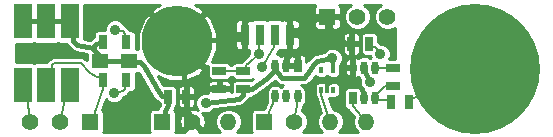
<source format=gtl>
G04 (created by PCBNEW-RS274X (2011-03-30 BZR 2932)-stable) date 29/05/2011 23:50:55*
G01*
G70*
G90*
%MOIN*%
G04 Gerber Fmt 3.4, Leading zero omitted, Abs format*
%FSLAX34Y34*%
G04 APERTURE LIST*
%ADD10C,0.006000*%
%ADD11R,0.055100X0.047200*%
%ADD12R,0.031500X0.047200*%
%ADD13R,0.063000X0.118100*%
%ADD14C,0.433100*%
%ADD15R,0.055000X0.055000*%
%ADD16C,0.055000*%
%ADD17O,0.055000X0.055000*%
%ADD18R,0.045000X0.025000*%
%ADD19R,0.025000X0.045000*%
%ADD20R,0.025000X0.043300*%
%ADD21O,0.025000X0.043300*%
%ADD22R,0.011800X0.019700*%
%ADD23R,0.031500X0.070900*%
%ADD24C,0.236200*%
%ADD25C,0.035400*%
%ADD26C,0.007900*%
%ADD27C,0.015700*%
%ADD28C,0.011800*%
%ADD29C,0.010000*%
G04 APERTURE END LIST*
G54D10*
G54D11*
X61501Y-54282D03*
X60517Y-54282D03*
G54D12*
X61383Y-53652D03*
X60635Y-53652D03*
X61383Y-54912D03*
X60635Y-54912D03*
G54D13*
X59516Y-55063D03*
X58729Y-55063D03*
X57942Y-55063D03*
X59516Y-52937D03*
X58729Y-52937D03*
X57942Y-52937D03*
G54D14*
X73031Y-54528D03*
G54D15*
X62600Y-56300D03*
G54D16*
X63600Y-56300D03*
G54D17*
X69400Y-56300D03*
X68200Y-56300D03*
X64800Y-56300D03*
G54D15*
X66000Y-56300D03*
G54D16*
X67000Y-56300D03*
G54D15*
X68100Y-52800D03*
G54D16*
X69100Y-52800D03*
X70100Y-52800D03*
G54D15*
X60200Y-56300D03*
G54D16*
X59200Y-56300D03*
X58200Y-56300D03*
G54D18*
X70300Y-55100D03*
X70300Y-54500D03*
G54D19*
X70207Y-55640D03*
X70807Y-55640D03*
X69500Y-53700D03*
X68900Y-53700D03*
G54D18*
X65300Y-55200D03*
X65300Y-54600D03*
X64500Y-54600D03*
X64500Y-55200D03*
G54D19*
X62800Y-55461D03*
X63400Y-55461D03*
G54D20*
X68954Y-55516D03*
G54D21*
X69328Y-55516D03*
X69702Y-55516D03*
X69702Y-54492D03*
X69328Y-54492D03*
X68954Y-54492D03*
G54D20*
X67109Y-54423D03*
G54D21*
X66735Y-54423D03*
X66361Y-54423D03*
X66361Y-55447D03*
X66735Y-55447D03*
X67109Y-55447D03*
G54D22*
X67903Y-55235D03*
X68100Y-55235D03*
X68297Y-55235D03*
X68297Y-54565D03*
X67903Y-54565D03*
G54D23*
X65850Y-53400D03*
X65350Y-53400D03*
X66350Y-53400D03*
X66850Y-53400D03*
G54D24*
X63100Y-53600D03*
G54D25*
X65937Y-54457D03*
X69866Y-54043D03*
X64768Y-54068D03*
X68462Y-55618D03*
X67616Y-55604D03*
X65812Y-55604D03*
X64407Y-52654D03*
X61427Y-56310D03*
X61800Y-55435D03*
X60358Y-52633D03*
X61524Y-52666D03*
X58642Y-53994D03*
X65831Y-54024D03*
X60980Y-55339D03*
X61028Y-53232D03*
X69524Y-54957D03*
X68268Y-54169D03*
X64043Y-55669D03*
G54D26*
X66322Y-53715D02*
X66350Y-53400D01*
X66322Y-53754D02*
X66322Y-53715D01*
X66322Y-53808D02*
X66322Y-53754D01*
X66137Y-54151D02*
X66322Y-53808D01*
X66077Y-54214D02*
X66137Y-54151D01*
X65937Y-54457D02*
X66077Y-54214D01*
X67903Y-55391D02*
X68200Y-56300D01*
X67903Y-55334D02*
X67903Y-55391D01*
X67903Y-55294D02*
X67903Y-55334D01*
X67903Y-55235D02*
X67903Y-55294D01*
X68954Y-55785D02*
X69400Y-56300D01*
X68954Y-55733D02*
X68954Y-55785D01*
X68954Y-55694D02*
X68954Y-55733D01*
X68954Y-55516D02*
X68954Y-55694D01*
X69586Y-53796D02*
X69500Y-53700D01*
X69625Y-53796D02*
X69586Y-53796D01*
X69679Y-53796D02*
X69625Y-53796D01*
X69754Y-53871D02*
X69679Y-53796D01*
X69866Y-54043D02*
X69754Y-53871D01*
X66146Y-56064D02*
X66000Y-56300D01*
X66146Y-56025D02*
X66146Y-56064D01*
X66146Y-55971D02*
X66146Y-56025D01*
X66361Y-55539D02*
X66146Y-55971D01*
X66361Y-55447D02*
X66361Y-55539D01*
G54D27*
X63400Y-55608D02*
X63400Y-55461D01*
X63400Y-55686D02*
X63400Y-55608D01*
X63400Y-55738D02*
X63400Y-55686D01*
X63600Y-56300D02*
X63400Y-55738D01*
X68176Y-52996D02*
X68100Y-52800D01*
X68176Y-53075D02*
X68176Y-52996D01*
X68176Y-53157D02*
X68176Y-53075D01*
X68576Y-53557D02*
X68176Y-53157D01*
X68693Y-53674D02*
X68576Y-53557D01*
X68775Y-53674D02*
X68693Y-53674D01*
X68854Y-53674D02*
X68775Y-53674D01*
X68900Y-53700D02*
X68854Y-53674D01*
X68954Y-54401D02*
X68954Y-54492D01*
X68900Y-53977D02*
X68954Y-54401D01*
X68900Y-53925D02*
X68900Y-53977D01*
X68900Y-53846D02*
X68900Y-53925D01*
X68900Y-53700D02*
X68900Y-53846D01*
X64354Y-55200D02*
X64500Y-55200D01*
X64275Y-55200D02*
X64354Y-55200D01*
X64223Y-55200D02*
X64275Y-55200D01*
X63888Y-55293D02*
X64223Y-55200D01*
X63607Y-55435D02*
X63888Y-55293D01*
X63525Y-55435D02*
X63607Y-55435D01*
X63446Y-55435D02*
X63525Y-55435D01*
X63400Y-55461D02*
X63446Y-55435D01*
X63400Y-55185D02*
X63100Y-53600D01*
X63400Y-55236D02*
X63400Y-55185D01*
X63400Y-55315D02*
X63400Y-55236D01*
X63400Y-55461D02*
X63400Y-55315D01*
X68954Y-54584D02*
X68843Y-54886D01*
X68954Y-54492D02*
X68954Y-54584D01*
X66796Y-54129D02*
X66898Y-54028D01*
X66735Y-54332D02*
X66796Y-54129D01*
X66735Y-54423D02*
X66735Y-54332D01*
G54D28*
X68282Y-54957D02*
X68843Y-54886D01*
X68181Y-54999D02*
X68282Y-54957D01*
X68100Y-55079D02*
X68181Y-54999D01*
X68100Y-55136D02*
X68100Y-55079D01*
X68100Y-55196D02*
X68100Y-55136D01*
X68100Y-55235D02*
X68100Y-55196D01*
G54D27*
X66850Y-53124D02*
X66850Y-53400D01*
X66850Y-53046D02*
X66850Y-53124D01*
X66850Y-52980D02*
X66850Y-53046D01*
X66758Y-52888D02*
X66850Y-52980D01*
X66590Y-52847D02*
X66758Y-52888D01*
X65775Y-52847D02*
X66590Y-52847D01*
X65610Y-52847D02*
X65775Y-52847D01*
X65442Y-52888D02*
X65610Y-52847D01*
X65350Y-52980D02*
X65442Y-52888D01*
X65350Y-53046D02*
X65350Y-52980D01*
X65350Y-53124D02*
X65350Y-53046D01*
X65350Y-53400D02*
X65350Y-53124D01*
X66850Y-53820D02*
X66898Y-54028D01*
X66850Y-53754D02*
X66850Y-53820D01*
X66850Y-53676D02*
X66850Y-53754D01*
X66850Y-53400D02*
X66850Y-53676D01*
X67904Y-52876D02*
X68100Y-52800D01*
X67825Y-52876D02*
X67904Y-52876D01*
X67743Y-52876D02*
X67825Y-52876D01*
X67090Y-53244D02*
X67743Y-52876D01*
X67008Y-53244D02*
X67090Y-53244D01*
X66929Y-53244D02*
X67008Y-53244D01*
X66850Y-53400D02*
X66929Y-53244D01*
X65271Y-53556D02*
X65350Y-53400D01*
X65192Y-53556D02*
X65271Y-53556D01*
X63100Y-53600D02*
X65192Y-53556D01*
X69328Y-55425D02*
X69328Y-55516D01*
X69269Y-55221D02*
X69328Y-55425D01*
X69158Y-55110D02*
X69269Y-55221D01*
X68843Y-54886D02*
X69158Y-55110D01*
X67109Y-54285D02*
X67109Y-54423D01*
X67109Y-54207D02*
X67109Y-54285D01*
X67109Y-54155D02*
X67109Y-54207D01*
X67036Y-54082D02*
X67109Y-54155D01*
X66898Y-54028D02*
X67036Y-54082D01*
G54D26*
X65471Y-54346D02*
X65831Y-54024D01*
X65396Y-54421D02*
X65471Y-54346D01*
X65396Y-54475D02*
X65396Y-54421D01*
X65396Y-54514D02*
X65396Y-54475D01*
X65300Y-54600D02*
X65396Y-54514D01*
X65114Y-54600D02*
X65300Y-54600D01*
X65075Y-54600D02*
X65114Y-54600D01*
X64725Y-54600D02*
X65075Y-54600D01*
X64686Y-54600D02*
X64725Y-54600D01*
X64500Y-54600D02*
X64686Y-54600D01*
X65831Y-53715D02*
X65850Y-53400D01*
X65831Y-53754D02*
X65831Y-53715D01*
X65831Y-54024D02*
X65831Y-53754D01*
X67109Y-55539D02*
X67000Y-56300D01*
X67109Y-55447D02*
X67109Y-55539D01*
X70114Y-55100D02*
X70300Y-55100D01*
X70075Y-55100D02*
X70114Y-55100D01*
X70023Y-55100D02*
X70075Y-55100D01*
X69950Y-55173D02*
X70023Y-55100D01*
X69702Y-55425D02*
X69950Y-55173D01*
X69702Y-55516D02*
X69702Y-55425D01*
X70122Y-55578D02*
X70207Y-55640D01*
X70082Y-55578D02*
X70122Y-55578D01*
X69702Y-55578D02*
X70082Y-55578D01*
X69702Y-55516D02*
X69702Y-55578D01*
X70114Y-54500D02*
X70300Y-54500D01*
X70075Y-54500D02*
X70114Y-54500D01*
X69702Y-54500D02*
X70075Y-54500D01*
X69702Y-54492D02*
X69702Y-54500D01*
X70932Y-55545D02*
X73031Y-54528D01*
X70893Y-55545D02*
X70932Y-55545D01*
X70807Y-55640D02*
X70893Y-55545D01*
X61280Y-55277D02*
X60980Y-55339D01*
X61355Y-55201D02*
X61280Y-55277D01*
X61355Y-55148D02*
X61355Y-55201D01*
X61355Y-55108D02*
X61355Y-55148D01*
X61384Y-54912D02*
X61355Y-55108D01*
X59330Y-55614D02*
X59516Y-55063D01*
X59330Y-55654D02*
X59330Y-55614D01*
X59330Y-55707D02*
X59330Y-55654D01*
X59200Y-56300D02*
X59330Y-55707D01*
X61280Y-53286D02*
X61028Y-53232D01*
X61355Y-53362D02*
X61280Y-53286D01*
X61355Y-53416D02*
X61355Y-53362D01*
X61355Y-53455D02*
X61355Y-53416D01*
X61384Y-53652D02*
X61355Y-53455D01*
X58128Y-55614D02*
X57942Y-55063D01*
X58128Y-55654D02*
X58128Y-55614D01*
X58128Y-55707D02*
X58128Y-55654D01*
X58200Y-56300D02*
X58128Y-55707D01*
X58915Y-54512D02*
X58729Y-55063D01*
X58915Y-54472D02*
X58915Y-54512D01*
X58915Y-54419D02*
X58915Y-54472D01*
X58990Y-54343D02*
X58915Y-54419D01*
X59098Y-54343D02*
X58990Y-54343D01*
X59885Y-54343D02*
X59098Y-54343D01*
X59960Y-54419D02*
X59885Y-54343D01*
X60083Y-54584D02*
X59960Y-54419D01*
X60176Y-54677D02*
X60083Y-54584D01*
X60424Y-54805D02*
X60176Y-54677D01*
X60478Y-54805D02*
X60424Y-54805D01*
X60517Y-54805D02*
X60478Y-54805D01*
X60635Y-54912D02*
X60517Y-54805D01*
X60607Y-55108D02*
X60635Y-54912D01*
X60607Y-55148D02*
X60607Y-55108D01*
X60607Y-55201D02*
X60607Y-55148D01*
X60346Y-55971D02*
X60607Y-55201D01*
X60346Y-56025D02*
X60346Y-55971D01*
X60346Y-56064D02*
X60346Y-56025D01*
X60200Y-56300D02*
X60346Y-56064D01*
G54D27*
X60714Y-54282D02*
X60517Y-54282D01*
X60793Y-54282D02*
X60714Y-54282D01*
X61226Y-54282D02*
X60793Y-54282D01*
X61305Y-54282D02*
X61226Y-54282D01*
X61501Y-54282D02*
X61305Y-54282D01*
X62754Y-55435D02*
X62800Y-55461D01*
X62675Y-55435D02*
X62754Y-55435D01*
X62593Y-55435D02*
X62675Y-55435D01*
X62476Y-55319D02*
X62593Y-55435D01*
X61976Y-54435D02*
X62476Y-55319D01*
X61859Y-54319D02*
X61976Y-54435D01*
X61777Y-54319D02*
X61859Y-54319D01*
X61698Y-54319D02*
X61777Y-54319D01*
X61501Y-54282D02*
X61698Y-54319D01*
X59749Y-53726D02*
X60287Y-53831D01*
X59632Y-53610D02*
X59749Y-53726D01*
X59632Y-53528D02*
X59632Y-53610D01*
X59632Y-53449D02*
X59632Y-53528D01*
X59516Y-52937D02*
X59632Y-53449D01*
X59280Y-52937D02*
X59516Y-52937D01*
X59201Y-52937D02*
X59280Y-52937D01*
X59044Y-52937D02*
X59201Y-52937D01*
X58965Y-52937D02*
X59044Y-52937D01*
X58729Y-52937D02*
X58965Y-52937D01*
X58493Y-52937D02*
X58729Y-52937D01*
X58414Y-52937D02*
X58493Y-52937D01*
X58257Y-52937D02*
X58414Y-52937D01*
X58178Y-52937D02*
X58257Y-52937D01*
X57942Y-52937D02*
X58178Y-52937D01*
X62800Y-55608D02*
X62800Y-55461D01*
X62800Y-55686D02*
X62800Y-55608D01*
X62800Y-55738D02*
X62800Y-55686D01*
X62685Y-55946D02*
X62800Y-55738D01*
X62676Y-56025D02*
X62685Y-55946D01*
X62676Y-56104D02*
X62676Y-56025D01*
X62600Y-56300D02*
X62676Y-56104D01*
X65157Y-55524D02*
X64043Y-55669D01*
X65274Y-55407D02*
X65157Y-55524D01*
X65274Y-55325D02*
X65274Y-55407D01*
X65274Y-55246D02*
X65274Y-55325D01*
X65300Y-55200D02*
X65274Y-55246D01*
X69379Y-54718D02*
X69524Y-54957D01*
X69328Y-54584D02*
X69379Y-54718D01*
X69328Y-54492D02*
X69328Y-54584D01*
X65446Y-55200D02*
X65300Y-55200D01*
X65525Y-55200D02*
X65446Y-55200D01*
X65577Y-55200D02*
X65525Y-55200D01*
X66093Y-54833D02*
X65577Y-55200D01*
X66313Y-54612D02*
X66093Y-54833D01*
X66361Y-54515D02*
X66313Y-54612D01*
X66361Y-54423D02*
X66361Y-54515D01*
X67762Y-54268D02*
X68268Y-54169D01*
X67645Y-54384D02*
X67762Y-54268D01*
X67433Y-54722D02*
X67645Y-54384D01*
X67316Y-54838D02*
X67433Y-54722D01*
X67152Y-54838D02*
X67316Y-54838D01*
X66601Y-54838D02*
X67152Y-54838D01*
X66411Y-54649D02*
X66601Y-54838D01*
X66361Y-54515D02*
X66411Y-54649D01*
X66361Y-54423D02*
X66361Y-54515D01*
G54D28*
X68297Y-54526D02*
X68297Y-54565D01*
X68297Y-54466D02*
X68297Y-54526D01*
X68297Y-54442D02*
X68297Y-54466D01*
X68268Y-54169D02*
X68297Y-54442D01*
G54D27*
X60557Y-53689D02*
X60635Y-53652D01*
X60478Y-53689D02*
X60557Y-53689D01*
X60399Y-53697D02*
X60478Y-53689D01*
X60287Y-53809D02*
X60399Y-53697D01*
X60287Y-53831D02*
X60287Y-53809D01*
X60441Y-54124D02*
X60517Y-54282D01*
X60441Y-54046D02*
X60441Y-54124D01*
X60420Y-54027D02*
X60441Y-54046D01*
X60339Y-53945D02*
X60420Y-54027D01*
X60287Y-53831D02*
X60339Y-53945D01*
G54D10*
G36*
X60074Y-54240D02*
X60032Y-54198D01*
X60031Y-54197D01*
X59999Y-54176D01*
X59966Y-54153D01*
X59965Y-54152D01*
X59964Y-54152D01*
X59885Y-54136D01*
X59098Y-54136D01*
X58990Y-54136D01*
X58911Y-54152D01*
X58909Y-54152D01*
X58909Y-54153D01*
X58842Y-54198D01*
X58768Y-54274D01*
X58753Y-54296D01*
X58747Y-54305D01*
X58381Y-54305D01*
X58334Y-54323D01*
X58291Y-54305D01*
X58224Y-54305D01*
X57723Y-54305D01*
X57723Y-53695D01*
X58290Y-53695D01*
X58336Y-53676D01*
X58380Y-53695D01*
X58447Y-53695D01*
X59077Y-53695D01*
X59123Y-53676D01*
X59167Y-53695D01*
X59234Y-53695D01*
X59402Y-53695D01*
X59403Y-53695D01*
X59405Y-53705D01*
X59440Y-53758D01*
X59458Y-53784D01*
X59459Y-53785D01*
X59575Y-53900D01*
X59594Y-53913D01*
X59613Y-53931D01*
X59635Y-53940D01*
X59655Y-53953D01*
X59679Y-53958D01*
X59702Y-53967D01*
X60074Y-54039D01*
X60074Y-54079D01*
X60074Y-54240D01*
X60074Y-54240D01*
G37*
G54D29*
X60074Y-54240D02*
X60032Y-54198D01*
X60031Y-54197D01*
X59999Y-54176D01*
X59966Y-54153D01*
X59965Y-54152D01*
X59964Y-54152D01*
X59885Y-54136D01*
X59098Y-54136D01*
X58990Y-54136D01*
X58911Y-54152D01*
X58909Y-54152D01*
X58909Y-54153D01*
X58842Y-54198D01*
X58768Y-54274D01*
X58753Y-54296D01*
X58747Y-54305D01*
X58381Y-54305D01*
X58334Y-54323D01*
X58291Y-54305D01*
X58224Y-54305D01*
X57723Y-54305D01*
X57723Y-53695D01*
X58290Y-53695D01*
X58336Y-53676D01*
X58380Y-53695D01*
X58447Y-53695D01*
X59077Y-53695D01*
X59123Y-53676D01*
X59167Y-53695D01*
X59234Y-53695D01*
X59402Y-53695D01*
X59403Y-53695D01*
X59405Y-53705D01*
X59440Y-53758D01*
X59458Y-53784D01*
X59459Y-53785D01*
X59575Y-53900D01*
X59594Y-53913D01*
X59613Y-53931D01*
X59635Y-53940D01*
X59655Y-53953D01*
X59679Y-53958D01*
X59702Y-53967D01*
X60074Y-54039D01*
X60074Y-54079D01*
X60074Y-54240D01*
G54D10*
G36*
X62516Y-55742D02*
X62470Y-55827D01*
X62460Y-55857D01*
X62292Y-55857D01*
X62230Y-55882D01*
X62183Y-55930D01*
X62157Y-55991D01*
X62157Y-56058D01*
X62157Y-56608D01*
X62172Y-56647D01*
X60626Y-56647D01*
X60643Y-56609D01*
X60643Y-56542D01*
X60643Y-55992D01*
X60618Y-55930D01*
X60588Y-55900D01*
X60706Y-55551D01*
X60785Y-55630D01*
X60911Y-55683D01*
X61048Y-55683D01*
X61174Y-55631D01*
X61271Y-55534D01*
X61291Y-55486D01*
X61322Y-55480D01*
X61344Y-55470D01*
X61361Y-55467D01*
X61376Y-55456D01*
X61396Y-55448D01*
X61409Y-55433D01*
X61427Y-55422D01*
X61501Y-55347D01*
X61502Y-55347D01*
X61521Y-55316D01*
X61522Y-55316D01*
X61573Y-55316D01*
X61635Y-55291D01*
X61682Y-55243D01*
X61708Y-55182D01*
X61708Y-55115D01*
X61708Y-54686D01*
X61809Y-54686D01*
X61830Y-54677D01*
X62262Y-55440D01*
X62281Y-55462D01*
X62303Y-55494D01*
X62419Y-55609D01*
X62499Y-55662D01*
X62507Y-55663D01*
X62507Y-55719D01*
X62516Y-55742D01*
X62516Y-55742D01*
G37*
G54D29*
X62516Y-55742D02*
X62470Y-55827D01*
X62460Y-55857D01*
X62292Y-55857D01*
X62230Y-55882D01*
X62183Y-55930D01*
X62157Y-55991D01*
X62157Y-56058D01*
X62157Y-56608D01*
X62172Y-56647D01*
X60626Y-56647D01*
X60643Y-56609D01*
X60643Y-56542D01*
X60643Y-55992D01*
X60618Y-55930D01*
X60588Y-55900D01*
X60706Y-55551D01*
X60785Y-55630D01*
X60911Y-55683D01*
X61048Y-55683D01*
X61174Y-55631D01*
X61271Y-55534D01*
X61291Y-55486D01*
X61322Y-55480D01*
X61344Y-55470D01*
X61361Y-55467D01*
X61376Y-55456D01*
X61396Y-55448D01*
X61409Y-55433D01*
X61427Y-55422D01*
X61501Y-55347D01*
X61502Y-55347D01*
X61521Y-55316D01*
X61522Y-55316D01*
X61573Y-55316D01*
X61635Y-55291D01*
X61682Y-55243D01*
X61708Y-55182D01*
X61708Y-55115D01*
X61708Y-54686D01*
X61809Y-54686D01*
X61830Y-54677D01*
X62262Y-55440D01*
X62281Y-55462D01*
X62303Y-55494D01*
X62419Y-55609D01*
X62499Y-55662D01*
X62507Y-55663D01*
X62507Y-55719D01*
X62516Y-55742D01*
G54D10*
G36*
X69378Y-55566D02*
X69278Y-55566D01*
X69278Y-55466D01*
X69378Y-55466D01*
X69378Y-55566D01*
X69378Y-55566D01*
G37*
G54D29*
X69378Y-55566D02*
X69278Y-55566D01*
X69278Y-55466D01*
X69378Y-55466D01*
X69378Y-55566D01*
G54D10*
G36*
X70344Y-54207D02*
X70170Y-54207D01*
X70210Y-54112D01*
X70210Y-53975D01*
X70158Y-53849D01*
X70061Y-53752D01*
X69935Y-53699D01*
X69874Y-53699D01*
X69825Y-53650D01*
X69793Y-53628D01*
X69793Y-53442D01*
X69768Y-53380D01*
X69720Y-53333D01*
X69659Y-53307D01*
X69592Y-53307D01*
X69342Y-53307D01*
X69280Y-53332D01*
X69233Y-53380D01*
X69207Y-53441D01*
X69207Y-53508D01*
X69207Y-53958D01*
X69232Y-54020D01*
X69280Y-54067D01*
X69341Y-54093D01*
X69408Y-54093D01*
X69522Y-54093D01*
X69522Y-54111D01*
X69538Y-54152D01*
X69515Y-54175D01*
X69491Y-54151D01*
X69385Y-54107D01*
X69271Y-54107D01*
X69193Y-54139D01*
X69193Y-53959D01*
X69193Y-53892D01*
X69193Y-53792D01*
X69193Y-53608D01*
X69193Y-53508D01*
X69193Y-53441D01*
X69167Y-53380D01*
X69120Y-53332D01*
X69058Y-53307D01*
X68992Y-53307D01*
X68950Y-53349D01*
X68950Y-53650D01*
X69151Y-53650D01*
X69193Y-53608D01*
X69193Y-53792D01*
X69151Y-53750D01*
X68950Y-53750D01*
X68950Y-54051D01*
X68992Y-54093D01*
X69058Y-54093D01*
X69120Y-54068D01*
X69167Y-54020D01*
X69193Y-53959D01*
X69193Y-54139D01*
X69166Y-54151D01*
X69131Y-54185D01*
X69060Y-54139D01*
X69048Y-54124D01*
X69004Y-54156D01*
X69004Y-54392D01*
X69004Y-54442D01*
X69004Y-54542D01*
X69004Y-54592D01*
X69004Y-54828D01*
X69048Y-54860D01*
X69060Y-54845D01*
X69131Y-54798D01*
X69164Y-54832D01*
X69169Y-54845D01*
X69186Y-54873D01*
X69180Y-54888D01*
X69180Y-55025D01*
X69228Y-55142D01*
X69228Y-55154D01*
X69222Y-55163D01*
X69196Y-55179D01*
X69174Y-55158D01*
X69113Y-55132D01*
X69046Y-55132D01*
X68904Y-55132D01*
X68904Y-54828D01*
X68904Y-54542D01*
X68904Y-54442D01*
X68904Y-54156D01*
X68860Y-54124D01*
X68850Y-54136D01*
X68850Y-54051D01*
X68850Y-53750D01*
X68850Y-53650D01*
X68850Y-53349D01*
X68808Y-53307D01*
X68742Y-53307D01*
X68680Y-53332D01*
X68633Y-53380D01*
X68607Y-53441D01*
X68607Y-53508D01*
X68607Y-53608D01*
X68649Y-53650D01*
X68850Y-53650D01*
X68850Y-53750D01*
X68649Y-53750D01*
X68607Y-53792D01*
X68607Y-53892D01*
X68607Y-53959D01*
X68633Y-54020D01*
X68680Y-54068D01*
X68742Y-54093D01*
X68808Y-54093D01*
X68850Y-54051D01*
X68850Y-54136D01*
X68848Y-54139D01*
X68756Y-54199D01*
X68694Y-54290D01*
X68671Y-54398D01*
X68716Y-54442D01*
X68904Y-54442D01*
X68904Y-54542D01*
X68716Y-54542D01*
X68671Y-54586D01*
X68694Y-54694D01*
X68756Y-54785D01*
X68848Y-54845D01*
X68860Y-54860D01*
X68904Y-54828D01*
X68904Y-55132D01*
X68796Y-55132D01*
X68734Y-55157D01*
X68687Y-55205D01*
X68661Y-55266D01*
X68661Y-55333D01*
X68661Y-55765D01*
X68686Y-55827D01*
X68734Y-55874D01*
X68783Y-55895D01*
X68798Y-55921D01*
X68987Y-56139D01*
X68957Y-56213D01*
X68957Y-56386D01*
X69023Y-56546D01*
X69124Y-56647D01*
X68476Y-56647D01*
X68576Y-56547D01*
X68643Y-56387D01*
X68643Y-56214D01*
X68577Y-56054D01*
X68455Y-55932D01*
X68295Y-55865D01*
X68275Y-55865D01*
X68156Y-55501D01*
X68171Y-55501D01*
X68192Y-55501D01*
X68200Y-55501D01*
X68200Y-55499D01*
X68204Y-55501D01*
X68271Y-55501D01*
X68389Y-55501D01*
X68451Y-55476D01*
X68498Y-55428D01*
X68524Y-55367D01*
X68524Y-55300D01*
X68524Y-55104D01*
X68499Y-55042D01*
X68451Y-54995D01*
X68390Y-54969D01*
X68323Y-54969D01*
X68205Y-54969D01*
X68198Y-54971D01*
X68192Y-54969D01*
X68171Y-54969D01*
X68148Y-54991D01*
X68143Y-54994D01*
X68100Y-55037D01*
X68057Y-54995D01*
X68053Y-54993D01*
X68029Y-54969D01*
X68008Y-54969D01*
X68001Y-54971D01*
X67996Y-54969D01*
X67929Y-54969D01*
X67811Y-54969D01*
X67749Y-54994D01*
X67702Y-55042D01*
X67676Y-55103D01*
X67676Y-55170D01*
X67676Y-55366D01*
X67701Y-55428D01*
X67703Y-55430D01*
X67706Y-55455D01*
X67882Y-55994D01*
X67824Y-56053D01*
X67757Y-56213D01*
X67757Y-56386D01*
X67823Y-56546D01*
X67924Y-56647D01*
X67278Y-56647D01*
X67375Y-56550D01*
X67442Y-56388D01*
X67442Y-56212D01*
X67375Y-56050D01*
X67261Y-55936D01*
X67284Y-55774D01*
X67352Y-55708D01*
X67396Y-55602D01*
X67396Y-55488D01*
X67396Y-55292D01*
X67352Y-55187D01*
X67272Y-55106D01*
X67219Y-55084D01*
X67315Y-55084D01*
X67316Y-55084D01*
X67409Y-55065D01*
X67410Y-55065D01*
X67462Y-55030D01*
X67489Y-55013D01*
X67490Y-55012D01*
X67606Y-54897D01*
X67621Y-54872D01*
X67641Y-54853D01*
X67700Y-54757D01*
X67701Y-54758D01*
X67749Y-54805D01*
X67810Y-54831D01*
X67877Y-54831D01*
X67995Y-54831D01*
X68057Y-54806D01*
X68099Y-54762D01*
X68143Y-54805D01*
X68204Y-54831D01*
X68271Y-54831D01*
X68389Y-54831D01*
X68451Y-54806D01*
X68498Y-54758D01*
X68524Y-54697D01*
X68524Y-54630D01*
X68524Y-54565D01*
X68524Y-54526D01*
X68524Y-54466D01*
X68524Y-54442D01*
X68524Y-54434D01*
X68521Y-54428D01*
X68523Y-54417D01*
X68521Y-54401D01*
X68559Y-54364D01*
X68612Y-54238D01*
X68612Y-54101D01*
X68560Y-53975D01*
X68543Y-53958D01*
X68543Y-53109D01*
X68543Y-53042D01*
X68543Y-52892D01*
X68501Y-52850D01*
X68150Y-52850D01*
X68150Y-53201D01*
X68192Y-53243D01*
X68408Y-53243D01*
X68470Y-53218D01*
X68517Y-53170D01*
X68543Y-53109D01*
X68543Y-53958D01*
X68463Y-53878D01*
X68337Y-53825D01*
X68200Y-53825D01*
X68074Y-53877D01*
X68050Y-53901D01*
X68050Y-53201D01*
X68050Y-52850D01*
X67699Y-52850D01*
X67657Y-52892D01*
X67657Y-53042D01*
X67657Y-53109D01*
X67683Y-53170D01*
X67730Y-53218D01*
X67792Y-53243D01*
X68008Y-53243D01*
X68050Y-53201D01*
X68050Y-53901D01*
X67977Y-53974D01*
X67976Y-53975D01*
X67715Y-54027D01*
X67692Y-54035D01*
X67668Y-54041D01*
X67648Y-54053D01*
X67626Y-54063D01*
X67608Y-54080D01*
X67588Y-54094D01*
X67472Y-54209D01*
X67455Y-54234D01*
X67436Y-54254D01*
X67402Y-54308D01*
X67402Y-54240D01*
X67402Y-54173D01*
X67376Y-54112D01*
X67329Y-54064D01*
X67267Y-54039D01*
X67201Y-54039D01*
X67175Y-54065D01*
X67175Y-53788D01*
X67175Y-53721D01*
X67175Y-53492D01*
X67175Y-53308D01*
X67175Y-53079D01*
X67175Y-53012D01*
X67149Y-52951D01*
X67102Y-52903D01*
X67040Y-52878D01*
X66942Y-52878D01*
X66900Y-52920D01*
X66900Y-53350D01*
X67133Y-53350D01*
X67175Y-53308D01*
X67175Y-53492D01*
X67133Y-53450D01*
X66900Y-53450D01*
X66900Y-53880D01*
X66942Y-53922D01*
X67040Y-53922D01*
X67102Y-53897D01*
X67149Y-53849D01*
X67175Y-53788D01*
X67175Y-54065D01*
X67159Y-54081D01*
X67159Y-54323D01*
X67159Y-54373D01*
X67159Y-54473D01*
X67059Y-54473D01*
X67059Y-54373D01*
X67059Y-54081D01*
X67017Y-54039D01*
X66951Y-54039D01*
X66889Y-54064D01*
X66866Y-54086D01*
X66841Y-54070D01*
X66829Y-54055D01*
X66785Y-54087D01*
X66785Y-54373D01*
X66858Y-54373D01*
X66973Y-54373D01*
X67059Y-54373D01*
X67059Y-54473D01*
X67009Y-54473D01*
X66973Y-54473D01*
X66858Y-54473D01*
X66835Y-54473D01*
X66785Y-54473D01*
X66685Y-54473D01*
X66685Y-54373D01*
X66685Y-54323D01*
X66685Y-54087D01*
X66641Y-54055D01*
X66629Y-54070D01*
X66557Y-54116D01*
X66524Y-54082D01*
X66430Y-54043D01*
X66495Y-53922D01*
X66540Y-53922D01*
X66600Y-53897D01*
X66660Y-53922D01*
X66758Y-53922D01*
X66800Y-53880D01*
X66800Y-53500D01*
X66800Y-53450D01*
X66800Y-53350D01*
X66800Y-53300D01*
X66800Y-52920D01*
X66758Y-52878D01*
X66660Y-52878D01*
X66598Y-52902D01*
X66541Y-52878D01*
X66474Y-52878D01*
X66160Y-52878D01*
X66098Y-52902D01*
X66041Y-52878D01*
X65974Y-52878D01*
X65660Y-52878D01*
X65600Y-52902D01*
X65540Y-52878D01*
X65442Y-52878D01*
X65400Y-52920D01*
X65400Y-53300D01*
X65400Y-53350D01*
X65400Y-53450D01*
X65400Y-53500D01*
X65400Y-53880D01*
X65442Y-53922D01*
X65500Y-53922D01*
X65487Y-53955D01*
X65487Y-54053D01*
X65333Y-54192D01*
X65329Y-54197D01*
X65325Y-54200D01*
X65300Y-54225D01*
X65300Y-53880D01*
X65300Y-53450D01*
X65300Y-53350D01*
X65300Y-52920D01*
X65258Y-52878D01*
X65160Y-52878D01*
X65098Y-52903D01*
X65051Y-52951D01*
X65025Y-53012D01*
X65025Y-53079D01*
X65025Y-53308D01*
X65067Y-53350D01*
X65300Y-53350D01*
X65300Y-53450D01*
X65067Y-53450D01*
X65025Y-53492D01*
X65025Y-53721D01*
X65025Y-53788D01*
X65051Y-53849D01*
X65098Y-53897D01*
X65160Y-53922D01*
X65258Y-53922D01*
X65300Y-53880D01*
X65300Y-54225D01*
X65250Y-54275D01*
X65228Y-54307D01*
X65042Y-54307D01*
X64980Y-54332D01*
X64933Y-54380D01*
X64927Y-54393D01*
X64873Y-54393D01*
X64868Y-54380D01*
X64820Y-54333D01*
X64759Y-54307D01*
X64692Y-54307D01*
X64242Y-54307D01*
X64238Y-54308D01*
X64423Y-53867D01*
X64424Y-53340D01*
X64224Y-52853D01*
X64220Y-52848D01*
X64059Y-52712D01*
X63171Y-53600D01*
X64059Y-54488D01*
X64107Y-54447D01*
X64107Y-54508D01*
X64107Y-54758D01*
X64132Y-54820D01*
X64180Y-54867D01*
X64241Y-54893D01*
X64308Y-54893D01*
X64758Y-54893D01*
X64820Y-54868D01*
X64867Y-54820D01*
X64872Y-54807D01*
X64926Y-54807D01*
X64932Y-54820D01*
X64980Y-54867D01*
X65041Y-54893D01*
X65108Y-54893D01*
X65558Y-54893D01*
X65616Y-54869D01*
X65561Y-54908D01*
X65559Y-54907D01*
X65492Y-54907D01*
X65042Y-54907D01*
X64980Y-54932D01*
X64933Y-54980D01*
X64907Y-55041D01*
X64907Y-55108D01*
X64907Y-55308D01*
X64893Y-55310D01*
X64893Y-55292D01*
X64893Y-55108D01*
X64893Y-55042D01*
X64868Y-54980D01*
X64820Y-54933D01*
X64759Y-54907D01*
X64692Y-54907D01*
X64592Y-54907D01*
X64550Y-54949D01*
X64550Y-55150D01*
X64851Y-55150D01*
X64893Y-55108D01*
X64893Y-55292D01*
X64851Y-55250D01*
X64600Y-55250D01*
X64550Y-55250D01*
X64450Y-55250D01*
X64450Y-55150D01*
X64450Y-54949D01*
X64408Y-54907D01*
X64308Y-54907D01*
X64241Y-54907D01*
X64180Y-54933D01*
X64132Y-54980D01*
X64107Y-55042D01*
X64107Y-55108D01*
X64149Y-55150D01*
X64450Y-55150D01*
X64450Y-55250D01*
X64400Y-55250D01*
X64149Y-55250D01*
X64107Y-55292D01*
X64107Y-55325D01*
X63975Y-55325D01*
X63849Y-55377D01*
X63752Y-55474D01*
X63699Y-55600D01*
X63699Y-55737D01*
X63751Y-55863D01*
X63795Y-55907D01*
X63693Y-55873D01*
X63693Y-55720D01*
X63693Y-55653D01*
X63693Y-55553D01*
X63693Y-55369D01*
X63693Y-55269D01*
X63693Y-55202D01*
X63667Y-55141D01*
X63620Y-55093D01*
X63558Y-55068D01*
X63492Y-55068D01*
X63450Y-55110D01*
X63450Y-55411D01*
X63651Y-55411D01*
X63693Y-55369D01*
X63693Y-55553D01*
X63651Y-55511D01*
X63450Y-55511D01*
X63450Y-55812D01*
X63492Y-55854D01*
X63558Y-55854D01*
X63620Y-55829D01*
X63667Y-55781D01*
X63693Y-55720D01*
X63693Y-55873D01*
X63654Y-55861D01*
X63482Y-55874D01*
X63382Y-55915D01*
X63355Y-55984D01*
X63565Y-56194D01*
X63600Y-56229D01*
X63671Y-56300D01*
X63706Y-56335D01*
X63916Y-56545D01*
X63985Y-56518D01*
X64039Y-56354D01*
X64026Y-56182D01*
X63985Y-56082D01*
X63966Y-56074D01*
X63989Y-56053D01*
X63930Y-55994D01*
X63974Y-56013D01*
X64111Y-56013D01*
X64237Y-55961D01*
X64316Y-55881D01*
X65188Y-55768D01*
X65218Y-55757D01*
X65251Y-55751D01*
X65264Y-55741D01*
X65279Y-55737D01*
X65303Y-55716D01*
X65331Y-55698D01*
X65448Y-55581D01*
X65501Y-55501D01*
X65502Y-55493D01*
X65558Y-55493D01*
X65620Y-55468D01*
X65657Y-55429D01*
X65671Y-55427D01*
X65691Y-55413D01*
X65720Y-55401D01*
X66235Y-55034D01*
X66249Y-55018D01*
X66267Y-55007D01*
X66344Y-54929D01*
X66427Y-55012D01*
X66507Y-55065D01*
X66601Y-55084D01*
X66625Y-55084D01*
X66573Y-55106D01*
X66548Y-55130D01*
X66524Y-55106D01*
X66418Y-55062D01*
X66304Y-55062D01*
X66199Y-55106D01*
X66118Y-55186D01*
X66074Y-55292D01*
X66074Y-55406D01*
X66074Y-55602D01*
X66085Y-55629D01*
X65971Y-55857D01*
X65692Y-55857D01*
X65630Y-55882D01*
X65583Y-55930D01*
X65557Y-55991D01*
X65557Y-56058D01*
X65557Y-56608D01*
X65572Y-56647D01*
X65076Y-56647D01*
X65176Y-56547D01*
X65243Y-56387D01*
X65243Y-56214D01*
X65177Y-56054D01*
X65055Y-55932D01*
X64895Y-55865D01*
X64722Y-55865D01*
X64706Y-55865D01*
X64546Y-55931D01*
X64424Y-56053D01*
X64357Y-56213D01*
X64357Y-56386D01*
X64423Y-56546D01*
X64524Y-56647D01*
X64039Y-56647D01*
X63832Y-56647D01*
X63845Y-56616D01*
X63600Y-56371D01*
X63529Y-56442D01*
X63529Y-56300D01*
X63350Y-56121D01*
X63350Y-55812D01*
X63350Y-55511D01*
X63350Y-55411D01*
X63350Y-55110D01*
X63308Y-55068D01*
X63242Y-55068D01*
X63180Y-55093D01*
X63133Y-55141D01*
X63107Y-55202D01*
X63107Y-55269D01*
X63107Y-55369D01*
X63149Y-55411D01*
X63350Y-55411D01*
X63350Y-55511D01*
X63149Y-55511D01*
X63107Y-55553D01*
X63107Y-55653D01*
X63107Y-55720D01*
X63133Y-55781D01*
X63180Y-55829D01*
X63242Y-55854D01*
X63308Y-55854D01*
X63350Y-55812D01*
X63350Y-56121D01*
X63284Y-56055D01*
X63215Y-56082D01*
X63161Y-56246D01*
X63174Y-56418D01*
X63215Y-56518D01*
X63284Y-56545D01*
X63529Y-56300D01*
X63529Y-56442D01*
X63355Y-56616D01*
X63367Y-56647D01*
X63026Y-56647D01*
X63043Y-56609D01*
X63043Y-56542D01*
X63043Y-55992D01*
X63018Y-55930D01*
X62989Y-55902D01*
X63015Y-55857D01*
X63019Y-55843D01*
X63027Y-55832D01*
X63029Y-55819D01*
X63067Y-55781D01*
X63093Y-55720D01*
X63093Y-55653D01*
X63093Y-55203D01*
X63068Y-55141D01*
X63020Y-55094D01*
X62959Y-55068D01*
X62892Y-55068D01*
X62642Y-55068D01*
X62621Y-55076D01*
X62442Y-54759D01*
X62833Y-54923D01*
X63360Y-54924D01*
X63847Y-54724D01*
X63852Y-54720D01*
X63988Y-54559D01*
X63135Y-53706D01*
X63100Y-53671D01*
X63029Y-53600D01*
X62994Y-53565D01*
X62141Y-52712D01*
X61980Y-52848D01*
X61777Y-53333D01*
X61776Y-53860D01*
X61783Y-53878D01*
X61743Y-53878D01*
X61708Y-53878D01*
X61708Y-53855D01*
X61708Y-53383D01*
X61683Y-53321D01*
X61635Y-53274D01*
X61574Y-53248D01*
X61522Y-53248D01*
X61502Y-53216D01*
X61427Y-53141D01*
X61409Y-53129D01*
X61397Y-53116D01*
X61377Y-53107D01*
X61361Y-53096D01*
X61344Y-53092D01*
X61342Y-53091D01*
X61320Y-53038D01*
X61223Y-52941D01*
X61097Y-52888D01*
X60960Y-52888D01*
X60834Y-52940D01*
X60737Y-53037D01*
X60684Y-53163D01*
X60684Y-53248D01*
X60445Y-53248D01*
X60383Y-53273D01*
X60336Y-53321D01*
X60310Y-53382D01*
X60310Y-53449D01*
X60310Y-53468D01*
X60305Y-53470D01*
X60293Y-53477D01*
X60283Y-53481D01*
X60257Y-53501D01*
X60225Y-53523D01*
X60187Y-53560D01*
X59999Y-53524D01*
X59999Y-53494D01*
X59999Y-52408D01*
X62518Y-52408D01*
X62353Y-52476D01*
X62348Y-52480D01*
X62212Y-52641D01*
X63100Y-53529D01*
X63988Y-52641D01*
X63852Y-52480D01*
X63679Y-52408D01*
X67704Y-52408D01*
X67683Y-52430D01*
X67657Y-52491D01*
X67657Y-52558D01*
X67657Y-52708D01*
X67699Y-52750D01*
X68000Y-52750D01*
X68050Y-52750D01*
X68150Y-52750D01*
X68200Y-52750D01*
X68501Y-52750D01*
X68543Y-52708D01*
X68543Y-52558D01*
X68543Y-52491D01*
X68517Y-52430D01*
X68495Y-52408D01*
X68891Y-52408D01*
X68850Y-52425D01*
X68725Y-52550D01*
X68658Y-52712D01*
X68658Y-52888D01*
X68725Y-53050D01*
X68850Y-53175D01*
X69012Y-53242D01*
X69188Y-53242D01*
X69350Y-53175D01*
X69475Y-53050D01*
X69542Y-52888D01*
X69542Y-52712D01*
X69475Y-52550D01*
X69350Y-52425D01*
X69308Y-52408D01*
X69891Y-52408D01*
X69850Y-52425D01*
X69725Y-52550D01*
X69658Y-52712D01*
X69658Y-52888D01*
X69725Y-53050D01*
X69850Y-53175D01*
X70012Y-53242D01*
X70188Y-53242D01*
X70344Y-53177D01*
X70344Y-54207D01*
X70344Y-54207D01*
G37*
G54D29*
X70344Y-54207D02*
X70170Y-54207D01*
X70210Y-54112D01*
X70210Y-53975D01*
X70158Y-53849D01*
X70061Y-53752D01*
X69935Y-53699D01*
X69874Y-53699D01*
X69825Y-53650D01*
X69793Y-53628D01*
X69793Y-53442D01*
X69768Y-53380D01*
X69720Y-53333D01*
X69659Y-53307D01*
X69592Y-53307D01*
X69342Y-53307D01*
X69280Y-53332D01*
X69233Y-53380D01*
X69207Y-53441D01*
X69207Y-53508D01*
X69207Y-53958D01*
X69232Y-54020D01*
X69280Y-54067D01*
X69341Y-54093D01*
X69408Y-54093D01*
X69522Y-54093D01*
X69522Y-54111D01*
X69538Y-54152D01*
X69515Y-54175D01*
X69491Y-54151D01*
X69385Y-54107D01*
X69271Y-54107D01*
X69193Y-54139D01*
X69193Y-53959D01*
X69193Y-53892D01*
X69193Y-53792D01*
X69193Y-53608D01*
X69193Y-53508D01*
X69193Y-53441D01*
X69167Y-53380D01*
X69120Y-53332D01*
X69058Y-53307D01*
X68992Y-53307D01*
X68950Y-53349D01*
X68950Y-53650D01*
X69151Y-53650D01*
X69193Y-53608D01*
X69193Y-53792D01*
X69151Y-53750D01*
X68950Y-53750D01*
X68950Y-54051D01*
X68992Y-54093D01*
X69058Y-54093D01*
X69120Y-54068D01*
X69167Y-54020D01*
X69193Y-53959D01*
X69193Y-54139D01*
X69166Y-54151D01*
X69131Y-54185D01*
X69060Y-54139D01*
X69048Y-54124D01*
X69004Y-54156D01*
X69004Y-54392D01*
X69004Y-54442D01*
X69004Y-54542D01*
X69004Y-54592D01*
X69004Y-54828D01*
X69048Y-54860D01*
X69060Y-54845D01*
X69131Y-54798D01*
X69164Y-54832D01*
X69169Y-54845D01*
X69186Y-54873D01*
X69180Y-54888D01*
X69180Y-55025D01*
X69228Y-55142D01*
X69228Y-55154D01*
X69222Y-55163D01*
X69196Y-55179D01*
X69174Y-55158D01*
X69113Y-55132D01*
X69046Y-55132D01*
X68904Y-55132D01*
X68904Y-54828D01*
X68904Y-54542D01*
X68904Y-54442D01*
X68904Y-54156D01*
X68860Y-54124D01*
X68850Y-54136D01*
X68850Y-54051D01*
X68850Y-53750D01*
X68850Y-53650D01*
X68850Y-53349D01*
X68808Y-53307D01*
X68742Y-53307D01*
X68680Y-53332D01*
X68633Y-53380D01*
X68607Y-53441D01*
X68607Y-53508D01*
X68607Y-53608D01*
X68649Y-53650D01*
X68850Y-53650D01*
X68850Y-53750D01*
X68649Y-53750D01*
X68607Y-53792D01*
X68607Y-53892D01*
X68607Y-53959D01*
X68633Y-54020D01*
X68680Y-54068D01*
X68742Y-54093D01*
X68808Y-54093D01*
X68850Y-54051D01*
X68850Y-54136D01*
X68848Y-54139D01*
X68756Y-54199D01*
X68694Y-54290D01*
X68671Y-54398D01*
X68716Y-54442D01*
X68904Y-54442D01*
X68904Y-54542D01*
X68716Y-54542D01*
X68671Y-54586D01*
X68694Y-54694D01*
X68756Y-54785D01*
X68848Y-54845D01*
X68860Y-54860D01*
X68904Y-54828D01*
X68904Y-55132D01*
X68796Y-55132D01*
X68734Y-55157D01*
X68687Y-55205D01*
X68661Y-55266D01*
X68661Y-55333D01*
X68661Y-55765D01*
X68686Y-55827D01*
X68734Y-55874D01*
X68783Y-55895D01*
X68798Y-55921D01*
X68987Y-56139D01*
X68957Y-56213D01*
X68957Y-56386D01*
X69023Y-56546D01*
X69124Y-56647D01*
X68476Y-56647D01*
X68576Y-56547D01*
X68643Y-56387D01*
X68643Y-56214D01*
X68577Y-56054D01*
X68455Y-55932D01*
X68295Y-55865D01*
X68275Y-55865D01*
X68156Y-55501D01*
X68171Y-55501D01*
X68192Y-55501D01*
X68200Y-55501D01*
X68200Y-55499D01*
X68204Y-55501D01*
X68271Y-55501D01*
X68389Y-55501D01*
X68451Y-55476D01*
X68498Y-55428D01*
X68524Y-55367D01*
X68524Y-55300D01*
X68524Y-55104D01*
X68499Y-55042D01*
X68451Y-54995D01*
X68390Y-54969D01*
X68323Y-54969D01*
X68205Y-54969D01*
X68198Y-54971D01*
X68192Y-54969D01*
X68171Y-54969D01*
X68148Y-54991D01*
X68143Y-54994D01*
X68100Y-55037D01*
X68057Y-54995D01*
X68053Y-54993D01*
X68029Y-54969D01*
X68008Y-54969D01*
X68001Y-54971D01*
X67996Y-54969D01*
X67929Y-54969D01*
X67811Y-54969D01*
X67749Y-54994D01*
X67702Y-55042D01*
X67676Y-55103D01*
X67676Y-55170D01*
X67676Y-55366D01*
X67701Y-55428D01*
X67703Y-55430D01*
X67706Y-55455D01*
X67882Y-55994D01*
X67824Y-56053D01*
X67757Y-56213D01*
X67757Y-56386D01*
X67823Y-56546D01*
X67924Y-56647D01*
X67278Y-56647D01*
X67375Y-56550D01*
X67442Y-56388D01*
X67442Y-56212D01*
X67375Y-56050D01*
X67261Y-55936D01*
X67284Y-55774D01*
X67352Y-55708D01*
X67396Y-55602D01*
X67396Y-55488D01*
X67396Y-55292D01*
X67352Y-55187D01*
X67272Y-55106D01*
X67219Y-55084D01*
X67315Y-55084D01*
X67316Y-55084D01*
X67409Y-55065D01*
X67410Y-55065D01*
X67462Y-55030D01*
X67489Y-55013D01*
X67490Y-55012D01*
X67606Y-54897D01*
X67621Y-54872D01*
X67641Y-54853D01*
X67700Y-54757D01*
X67701Y-54758D01*
X67749Y-54805D01*
X67810Y-54831D01*
X67877Y-54831D01*
X67995Y-54831D01*
X68057Y-54806D01*
X68099Y-54762D01*
X68143Y-54805D01*
X68204Y-54831D01*
X68271Y-54831D01*
X68389Y-54831D01*
X68451Y-54806D01*
X68498Y-54758D01*
X68524Y-54697D01*
X68524Y-54630D01*
X68524Y-54565D01*
X68524Y-54526D01*
X68524Y-54466D01*
X68524Y-54442D01*
X68524Y-54434D01*
X68521Y-54428D01*
X68523Y-54417D01*
X68521Y-54401D01*
X68559Y-54364D01*
X68612Y-54238D01*
X68612Y-54101D01*
X68560Y-53975D01*
X68543Y-53958D01*
X68543Y-53109D01*
X68543Y-53042D01*
X68543Y-52892D01*
X68501Y-52850D01*
X68150Y-52850D01*
X68150Y-53201D01*
X68192Y-53243D01*
X68408Y-53243D01*
X68470Y-53218D01*
X68517Y-53170D01*
X68543Y-53109D01*
X68543Y-53958D01*
X68463Y-53878D01*
X68337Y-53825D01*
X68200Y-53825D01*
X68074Y-53877D01*
X68050Y-53901D01*
X68050Y-53201D01*
X68050Y-52850D01*
X67699Y-52850D01*
X67657Y-52892D01*
X67657Y-53042D01*
X67657Y-53109D01*
X67683Y-53170D01*
X67730Y-53218D01*
X67792Y-53243D01*
X68008Y-53243D01*
X68050Y-53201D01*
X68050Y-53901D01*
X67977Y-53974D01*
X67976Y-53975D01*
X67715Y-54027D01*
X67692Y-54035D01*
X67668Y-54041D01*
X67648Y-54053D01*
X67626Y-54063D01*
X67608Y-54080D01*
X67588Y-54094D01*
X67472Y-54209D01*
X67455Y-54234D01*
X67436Y-54254D01*
X67402Y-54308D01*
X67402Y-54240D01*
X67402Y-54173D01*
X67376Y-54112D01*
X67329Y-54064D01*
X67267Y-54039D01*
X67201Y-54039D01*
X67175Y-54065D01*
X67175Y-53788D01*
X67175Y-53721D01*
X67175Y-53492D01*
X67175Y-53308D01*
X67175Y-53079D01*
X67175Y-53012D01*
X67149Y-52951D01*
X67102Y-52903D01*
X67040Y-52878D01*
X66942Y-52878D01*
X66900Y-52920D01*
X66900Y-53350D01*
X67133Y-53350D01*
X67175Y-53308D01*
X67175Y-53492D01*
X67133Y-53450D01*
X66900Y-53450D01*
X66900Y-53880D01*
X66942Y-53922D01*
X67040Y-53922D01*
X67102Y-53897D01*
X67149Y-53849D01*
X67175Y-53788D01*
X67175Y-54065D01*
X67159Y-54081D01*
X67159Y-54323D01*
X67159Y-54373D01*
X67159Y-54473D01*
X67059Y-54473D01*
X67059Y-54373D01*
X67059Y-54081D01*
X67017Y-54039D01*
X66951Y-54039D01*
X66889Y-54064D01*
X66866Y-54086D01*
X66841Y-54070D01*
X66829Y-54055D01*
X66785Y-54087D01*
X66785Y-54373D01*
X66858Y-54373D01*
X66973Y-54373D01*
X67059Y-54373D01*
X67059Y-54473D01*
X67009Y-54473D01*
X66973Y-54473D01*
X66858Y-54473D01*
X66835Y-54473D01*
X66785Y-54473D01*
X66685Y-54473D01*
X66685Y-54373D01*
X66685Y-54323D01*
X66685Y-54087D01*
X66641Y-54055D01*
X66629Y-54070D01*
X66557Y-54116D01*
X66524Y-54082D01*
X66430Y-54043D01*
X66495Y-53922D01*
X66540Y-53922D01*
X66600Y-53897D01*
X66660Y-53922D01*
X66758Y-53922D01*
X66800Y-53880D01*
X66800Y-53500D01*
X66800Y-53450D01*
X66800Y-53350D01*
X66800Y-53300D01*
X66800Y-52920D01*
X66758Y-52878D01*
X66660Y-52878D01*
X66598Y-52902D01*
X66541Y-52878D01*
X66474Y-52878D01*
X66160Y-52878D01*
X66098Y-52902D01*
X66041Y-52878D01*
X65974Y-52878D01*
X65660Y-52878D01*
X65600Y-52902D01*
X65540Y-52878D01*
X65442Y-52878D01*
X65400Y-52920D01*
X65400Y-53300D01*
X65400Y-53350D01*
X65400Y-53450D01*
X65400Y-53500D01*
X65400Y-53880D01*
X65442Y-53922D01*
X65500Y-53922D01*
X65487Y-53955D01*
X65487Y-54053D01*
X65333Y-54192D01*
X65329Y-54197D01*
X65325Y-54200D01*
X65300Y-54225D01*
X65300Y-53880D01*
X65300Y-53450D01*
X65300Y-53350D01*
X65300Y-52920D01*
X65258Y-52878D01*
X65160Y-52878D01*
X65098Y-52903D01*
X65051Y-52951D01*
X65025Y-53012D01*
X65025Y-53079D01*
X65025Y-53308D01*
X65067Y-53350D01*
X65300Y-53350D01*
X65300Y-53450D01*
X65067Y-53450D01*
X65025Y-53492D01*
X65025Y-53721D01*
X65025Y-53788D01*
X65051Y-53849D01*
X65098Y-53897D01*
X65160Y-53922D01*
X65258Y-53922D01*
X65300Y-53880D01*
X65300Y-54225D01*
X65250Y-54275D01*
X65228Y-54307D01*
X65042Y-54307D01*
X64980Y-54332D01*
X64933Y-54380D01*
X64927Y-54393D01*
X64873Y-54393D01*
X64868Y-54380D01*
X64820Y-54333D01*
X64759Y-54307D01*
X64692Y-54307D01*
X64242Y-54307D01*
X64238Y-54308D01*
X64423Y-53867D01*
X64424Y-53340D01*
X64224Y-52853D01*
X64220Y-52848D01*
X64059Y-52712D01*
X63171Y-53600D01*
X64059Y-54488D01*
X64107Y-54447D01*
X64107Y-54508D01*
X64107Y-54758D01*
X64132Y-54820D01*
X64180Y-54867D01*
X64241Y-54893D01*
X64308Y-54893D01*
X64758Y-54893D01*
X64820Y-54868D01*
X64867Y-54820D01*
X64872Y-54807D01*
X64926Y-54807D01*
X64932Y-54820D01*
X64980Y-54867D01*
X65041Y-54893D01*
X65108Y-54893D01*
X65558Y-54893D01*
X65616Y-54869D01*
X65561Y-54908D01*
X65559Y-54907D01*
X65492Y-54907D01*
X65042Y-54907D01*
X64980Y-54932D01*
X64933Y-54980D01*
X64907Y-55041D01*
X64907Y-55108D01*
X64907Y-55308D01*
X64893Y-55310D01*
X64893Y-55292D01*
X64893Y-55108D01*
X64893Y-55042D01*
X64868Y-54980D01*
X64820Y-54933D01*
X64759Y-54907D01*
X64692Y-54907D01*
X64592Y-54907D01*
X64550Y-54949D01*
X64550Y-55150D01*
X64851Y-55150D01*
X64893Y-55108D01*
X64893Y-55292D01*
X64851Y-55250D01*
X64600Y-55250D01*
X64550Y-55250D01*
X64450Y-55250D01*
X64450Y-55150D01*
X64450Y-54949D01*
X64408Y-54907D01*
X64308Y-54907D01*
X64241Y-54907D01*
X64180Y-54933D01*
X64132Y-54980D01*
X64107Y-55042D01*
X64107Y-55108D01*
X64149Y-55150D01*
X64450Y-55150D01*
X64450Y-55250D01*
X64400Y-55250D01*
X64149Y-55250D01*
X64107Y-55292D01*
X64107Y-55325D01*
X63975Y-55325D01*
X63849Y-55377D01*
X63752Y-55474D01*
X63699Y-55600D01*
X63699Y-55737D01*
X63751Y-55863D01*
X63795Y-55907D01*
X63693Y-55873D01*
X63693Y-55720D01*
X63693Y-55653D01*
X63693Y-55553D01*
X63693Y-55369D01*
X63693Y-55269D01*
X63693Y-55202D01*
X63667Y-55141D01*
X63620Y-55093D01*
X63558Y-55068D01*
X63492Y-55068D01*
X63450Y-55110D01*
X63450Y-55411D01*
X63651Y-55411D01*
X63693Y-55369D01*
X63693Y-55553D01*
X63651Y-55511D01*
X63450Y-55511D01*
X63450Y-55812D01*
X63492Y-55854D01*
X63558Y-55854D01*
X63620Y-55829D01*
X63667Y-55781D01*
X63693Y-55720D01*
X63693Y-55873D01*
X63654Y-55861D01*
X63482Y-55874D01*
X63382Y-55915D01*
X63355Y-55984D01*
X63565Y-56194D01*
X63600Y-56229D01*
X63671Y-56300D01*
X63706Y-56335D01*
X63916Y-56545D01*
X63985Y-56518D01*
X64039Y-56354D01*
X64026Y-56182D01*
X63985Y-56082D01*
X63966Y-56074D01*
X63989Y-56053D01*
X63930Y-55994D01*
X63974Y-56013D01*
X64111Y-56013D01*
X64237Y-55961D01*
X64316Y-55881D01*
X65188Y-55768D01*
X65218Y-55757D01*
X65251Y-55751D01*
X65264Y-55741D01*
X65279Y-55737D01*
X65303Y-55716D01*
X65331Y-55698D01*
X65448Y-55581D01*
X65501Y-55501D01*
X65502Y-55493D01*
X65558Y-55493D01*
X65620Y-55468D01*
X65657Y-55429D01*
X65671Y-55427D01*
X65691Y-55413D01*
X65720Y-55401D01*
X66235Y-55034D01*
X66249Y-55018D01*
X66267Y-55007D01*
X66344Y-54929D01*
X66427Y-55012D01*
X66507Y-55065D01*
X66601Y-55084D01*
X66625Y-55084D01*
X66573Y-55106D01*
X66548Y-55130D01*
X66524Y-55106D01*
X66418Y-55062D01*
X66304Y-55062D01*
X66199Y-55106D01*
X66118Y-55186D01*
X66074Y-55292D01*
X66074Y-55406D01*
X66074Y-55602D01*
X66085Y-55629D01*
X65971Y-55857D01*
X65692Y-55857D01*
X65630Y-55882D01*
X65583Y-55930D01*
X65557Y-55991D01*
X65557Y-56058D01*
X65557Y-56608D01*
X65572Y-56647D01*
X65076Y-56647D01*
X65176Y-56547D01*
X65243Y-56387D01*
X65243Y-56214D01*
X65177Y-56054D01*
X65055Y-55932D01*
X64895Y-55865D01*
X64722Y-55865D01*
X64706Y-55865D01*
X64546Y-55931D01*
X64424Y-56053D01*
X64357Y-56213D01*
X64357Y-56386D01*
X64423Y-56546D01*
X64524Y-56647D01*
X64039Y-56647D01*
X63832Y-56647D01*
X63845Y-56616D01*
X63600Y-56371D01*
X63529Y-56442D01*
X63529Y-56300D01*
X63350Y-56121D01*
X63350Y-55812D01*
X63350Y-55511D01*
X63350Y-55411D01*
X63350Y-55110D01*
X63308Y-55068D01*
X63242Y-55068D01*
X63180Y-55093D01*
X63133Y-55141D01*
X63107Y-55202D01*
X63107Y-55269D01*
X63107Y-55369D01*
X63149Y-55411D01*
X63350Y-55411D01*
X63350Y-55511D01*
X63149Y-55511D01*
X63107Y-55553D01*
X63107Y-55653D01*
X63107Y-55720D01*
X63133Y-55781D01*
X63180Y-55829D01*
X63242Y-55854D01*
X63308Y-55854D01*
X63350Y-55812D01*
X63350Y-56121D01*
X63284Y-56055D01*
X63215Y-56082D01*
X63161Y-56246D01*
X63174Y-56418D01*
X63215Y-56518D01*
X63284Y-56545D01*
X63529Y-56300D01*
X63529Y-56442D01*
X63355Y-56616D01*
X63367Y-56647D01*
X63026Y-56647D01*
X63043Y-56609D01*
X63043Y-56542D01*
X63043Y-55992D01*
X63018Y-55930D01*
X62989Y-55902D01*
X63015Y-55857D01*
X63019Y-55843D01*
X63027Y-55832D01*
X63029Y-55819D01*
X63067Y-55781D01*
X63093Y-55720D01*
X63093Y-55653D01*
X63093Y-55203D01*
X63068Y-55141D01*
X63020Y-55094D01*
X62959Y-55068D01*
X62892Y-55068D01*
X62642Y-55068D01*
X62621Y-55076D01*
X62442Y-54759D01*
X62833Y-54923D01*
X63360Y-54924D01*
X63847Y-54724D01*
X63852Y-54720D01*
X63988Y-54559D01*
X63135Y-53706D01*
X63100Y-53671D01*
X63029Y-53600D01*
X62994Y-53565D01*
X62141Y-52712D01*
X61980Y-52848D01*
X61777Y-53333D01*
X61776Y-53860D01*
X61783Y-53878D01*
X61743Y-53878D01*
X61708Y-53878D01*
X61708Y-53855D01*
X61708Y-53383D01*
X61683Y-53321D01*
X61635Y-53274D01*
X61574Y-53248D01*
X61522Y-53248D01*
X61502Y-53216D01*
X61427Y-53141D01*
X61409Y-53129D01*
X61397Y-53116D01*
X61377Y-53107D01*
X61361Y-53096D01*
X61344Y-53092D01*
X61342Y-53091D01*
X61320Y-53038D01*
X61223Y-52941D01*
X61097Y-52888D01*
X60960Y-52888D01*
X60834Y-52940D01*
X60737Y-53037D01*
X60684Y-53163D01*
X60684Y-53248D01*
X60445Y-53248D01*
X60383Y-53273D01*
X60336Y-53321D01*
X60310Y-53382D01*
X60310Y-53449D01*
X60310Y-53468D01*
X60305Y-53470D01*
X60293Y-53477D01*
X60283Y-53481D01*
X60257Y-53501D01*
X60225Y-53523D01*
X60187Y-53560D01*
X59999Y-53524D01*
X59999Y-53494D01*
X59999Y-52408D01*
X62518Y-52408D01*
X62353Y-52476D01*
X62348Y-52480D01*
X62212Y-52641D01*
X63100Y-53529D01*
X63988Y-52641D01*
X63852Y-52480D01*
X63679Y-52408D01*
X67704Y-52408D01*
X67683Y-52430D01*
X67657Y-52491D01*
X67657Y-52558D01*
X67657Y-52708D01*
X67699Y-52750D01*
X68000Y-52750D01*
X68050Y-52750D01*
X68150Y-52750D01*
X68200Y-52750D01*
X68501Y-52750D01*
X68543Y-52708D01*
X68543Y-52558D01*
X68543Y-52491D01*
X68517Y-52430D01*
X68495Y-52408D01*
X68891Y-52408D01*
X68850Y-52425D01*
X68725Y-52550D01*
X68658Y-52712D01*
X68658Y-52888D01*
X68725Y-53050D01*
X68850Y-53175D01*
X69012Y-53242D01*
X69188Y-53242D01*
X69350Y-53175D01*
X69475Y-53050D01*
X69542Y-52888D01*
X69542Y-52712D01*
X69475Y-52550D01*
X69350Y-52425D01*
X69308Y-52408D01*
X69891Y-52408D01*
X69850Y-52425D01*
X69725Y-52550D01*
X69658Y-52712D01*
X69658Y-52888D01*
X69725Y-53050D01*
X69850Y-53175D01*
X70012Y-53242D01*
X70188Y-53242D01*
X70344Y-53177D01*
X70344Y-54207D01*
M02*

</source>
